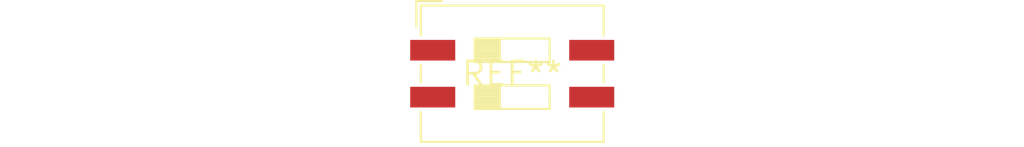
<source format=kicad_pcb>
(kicad_pcb (version 20240108) (generator pcbnew)
  (layers (0 "F.Cu" signal) (31 "B.Cu" signal) (34 "B.Paste" user) (35 "F.Paste" user) (36 "B.SilkS" user "B.Silkscreen") (37 "F.SilkS" user "F.Silkscreen") (38 "B.Mask" user) (39 "F.Mask" user) (44 "Edge.Cuts" user))
  (net 0 "")
  (footprint "SW_DIP_SPSTx02_Slide_9.78x7.26mm_W8.61mm_P2.54mm" (layer "F.Cu") (at 0 0)
    (property "Reference" "REF**")
    (property "Value" "SW_DIP_SPSTx02_Slide_9.78x7.26mm_W8.61mm_P2.54mm")
    (fp_line (start -5.19 -3.93) (end -5.19 -2.547) (layer "F.SilkS") (stroke (width 0.12)))
    (fp_line (start -5.19 -3.93) (end -3.806 -3.93) (layer "F.SilkS") (stroke (width 0.12)))
    (fp_line (start -4.95 -3.69) (end -4.95 -2.07) (layer "F.SilkS") (stroke (width 0.12)))
    (fp_line (start -4.95 -3.69) (end 4.95 -3.69) (layer "F.SilkS") (stroke (width 0.12)))
    (fp_line (start -4.95 -0.47) (end -4.95 0.47) (layer "F.SilkS") (stroke (width 0.12)))
    (fp_line (start -4.95 2.07) (end -4.95 3.69) (layer "F.SilkS") (stroke (width 0.12)))
    (fp_line (start -4.95 3.69) (end 4.95 3.69) (layer "F.SilkS") (stroke (width 0.12)))
    (fp_line (start -2.03 -1.905) (end -2.03 -0.635) (layer "F.SilkS") (stroke (width 0.12)))
    (fp_line (start -2.03 -1.785) (end -0.676667 -1.785) (layer "F.SilkS") (stroke (width 0.12)))
    (fp_line (start -2.03 -1.665) (end -0.676667 -1.665) (layer "F.SilkS") (stroke (width 0.12)))
    (fp_line (start -2.03 -1.545) (end -0.676667 -1.545) (layer "F.SilkS") (stroke (width 0.12)))
    (fp_line (start -2.03 -1.425) (end -0.676667 -1.425) (layer "F.SilkS") (stroke (width 0.12)))
    (fp_line (start -2.03 -1.305) (end -0.676667 -1.305) (layer "F.SilkS") (stroke (width 0.12)))
    (fp_line (start -2.03 -1.185) (end -0.676667 -1.185) (layer "F.SilkS") (stroke (width 0.12)))
    (fp_line (start -2.03 -1.065) (end -0.676667 -1.065) (layer "F.SilkS") (stroke (width 0.12)))
    (fp_line (start -2.03 -0.945) (end -0.676667 -0.945) (layer "F.SilkS") (stroke (width 0.12)))
    (fp_line (start -2.03 -0.825) (end -0.676667 -0.825) (layer "F.SilkS") (stroke (width 0.12)))
    (fp_line (start -2.03 -0.705) (end -0.676667 -0.705) (layer "F.SilkS") (stroke (width 0.12)))
    (fp_line (start -2.03 -0.635) (end 2.03 -0.635) (layer "F.SilkS") (stroke (width 0.12)))
    (fp_line (start -2.03 0.635) (end -2.03 1.905) (layer "F.SilkS") (stroke (width 0.12)))
    (fp_line (start -2.03 0.755) (end -0.676667 0.755) (layer "F.SilkS") (stroke (width 0.12)))
    (fp_line (start -2.03 0.875) (end -0.676667 0.875) (layer "F.SilkS") (stroke (width 0.12)))
    (fp_line (start -2.03 0.995) (end -0.676667 0.995) (layer "F.SilkS") (stroke (width 0.12)))
    (fp_line (start -2.03 1.115) (end -0.676667 1.115) (layer "F.SilkS") (stroke (width 0.12)))
    (fp_line (start -2.03 1.235) (end -0.676667 1.235) (layer "F.SilkS") (stroke (width 0.12)))
    (fp_line (start -2.03 1.355) (end -0.676667 1.355) (layer "F.SilkS") (stroke (width 0.12)))
    (fp_line (start -2.03 1.475) (end -0.676667 1.475) (layer "F.SilkS") (stroke (width 0.12)))
    (fp_line (start -2.03 1.595) (end -0.676667 1.595) (layer "F.SilkS") (stroke (width 0.12)))
    (fp_line (start -2.03 1.715) (end -0.676667 1.715) (layer "F.SilkS") (stroke (width 0.12)))
    (fp_line (start -2.03 1.835) (end -0.676667 1.835) (layer "F.SilkS") (stroke (width 0.12)))
    (fp_line (start -2.03 1.905) (end 2.03 1.905) (layer "F.SilkS") (stroke (width 0.12)))
    (fp_line (start -0.676667 -1.905) (end -0.676667 -0.635) (layer "F.SilkS") (stroke (width 0.12)))
    (fp_line (start -0.676667 0.635) (end -0.676667 1.905) (layer "F.SilkS") (stroke (width 0.12)))
    (fp_line (start 2.03 -1.905) (end -2.03 -1.905) (layer "F.SilkS") (stroke (width 0.12)))
    (fp_line (start 2.03 -0.635) (end 2.03 -1.905) (layer "F.SilkS") (stroke (width 0.12)))
    (fp_line (start 2.03 0.635) (end -2.03 0.635) (layer "F.SilkS") (stroke (width 0.12)))
    (fp_line (start 2.03 1.905) (end 2.03 0.635) (layer "F.SilkS") (stroke (width 0.12)))
    (fp_line (start 4.95 -3.69) (end 4.95 -2.07) (layer "F.SilkS") (stroke (width 0.12)))
    (fp_line (start 4.95 -0.47) (end 4.95 0.47) (layer "F.SilkS") (stroke (width 0.12)))
    (fp_line (start 4.95 2.07) (end 4.95 3.69) (layer "F.SilkS") (stroke (width 0.12)))
    (pad "1" smd rect (at -4.305 -1.27) (size 2.44 1.12) (layers "F.Cu" "F.Paste" "F.Mask"))
    (pad "2" smd rect (at -4.305 1.27) (size 2.44 1.12) (layers "F.Cu" "F.Paste" "F.Mask"))
    (pad "3" smd rect (at 4.305 1.27) (size 2.44 1.12) (layers "F.Cu" "F.Paste" "F.Mask"))
    (pad "4" smd rect (at 4.305 -1.27) (size 2.44 1.12) (layers "F.Cu" "F.Paste" "F.Mask"))
  )
)
</source>
